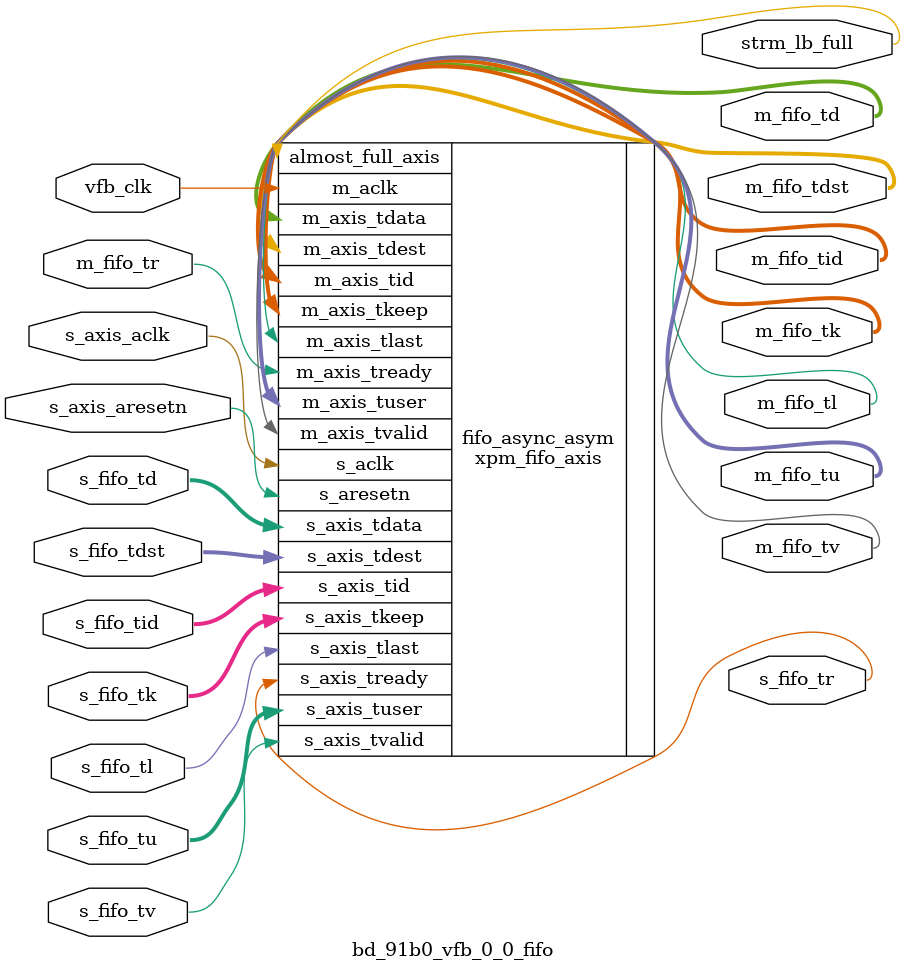
<source format=v>
`timescale 1ps/1ps
module bd_91b0_vfb_0_0_fifo (
  input            s_axis_aclk    ,

  input         s_axis_aresetn ,
  input            vfb_clk        ,
  output    s_fifo_tr      ,
  input     s_fifo_tv      ,
  input      [64-1:0]  s_fifo_td      ,
  input [31:0]     s_fifo_tid    ,   
  input      [24-1:0]  s_fifo_tu      ,
  input      [31:0] s_fifo_tdst      ,
  input      [8-1:0] s_fifo_tk      ,
  input      s_fifo_tl      ,
  input     m_fifo_tr      ,
  output     m_fifo_tv      ,
  output   [64-1:0]   m_fifo_td      ,
  output [31:0]     m_fifo_tid    ,   
  output[ 31:0]     m_fifo_tdst    ,   
  output   [24-1:0]  m_fifo_tu      ,
  output    [8-1:0] m_fifo_tk      ,
  output      m_fifo_tl      ,
  output  strm_lb_full   
);

xpm_fifo_axis#(
      .CLOCKING_MODE("independent_clock"), // String
      .ECC_MODE("no_ecc"),            // String
      .FIFO_DEPTH(2048),              // DECIMAL
      .FIFO_MEMORY_TYPE("block"),      // String
      .PACKET_FIFO("false"),          // String
      .PROG_EMPTY_THRESH(10),         // DECIMAL
      .PROG_FULL_THRESH(2043),          // DECIMAL
      .RD_DATA_COUNT_WIDTH(1),        // DECIMAL
      .RELATED_CLOCKS(0),             // DECIMAL
      .SIM_ASSERT_CHK(0),             // DECIMAL; 0=disable simulation messages, 1=enable simulation messages
      .TDATA_WIDTH(64),               // DECIMAL
      .TDEST_WIDTH(32),                // DECIMAL
      .TID_WIDTH(32),                  // DECIMAL
      .TUSER_WIDTH(24),                // DECIMAL
      .USE_ADV_FEATURES("1000"),      // String
      .WR_DATA_COUNT_WIDTH(1)         // DECIMAL
 ) fifo_async_asym(
  .s_aclk            (s_axis_aclk    ),
  .s_aresetn         (s_axis_aresetn ),
  .m_aclk            (vfb_clk        ),
  .s_axis_tready     (s_fifo_tr      ),
  .s_axis_tvalid     (s_fifo_tv      ),
  .s_axis_tdata      (s_fifo_td      ),
  .s_axis_tid      ( s_fifo_tid      ),
  .s_axis_tuser      (s_fifo_tu      ),
  .s_axis_tdest      (s_fifo_tdst      ),
  .s_axis_tkeep      (s_fifo_tk      ),
  .s_axis_tlast      (s_fifo_tl      ),
  .m_axis_tready     (m_fifo_tr      ),
  .m_axis_tvalid     (m_fifo_tv      ),
  .m_axis_tdata      (m_fifo_td      ),
  .m_axis_tid        (m_fifo_tid      ),
  .m_axis_tdest      (m_fifo_tdst     ),
  .m_axis_tuser      (m_fifo_tu      ),
  .m_axis_tkeep      (m_fifo_tk      ),
  .m_axis_tlast      (m_fifo_tl      ),
  .almost_full_axis  (strm_lb_full   )
);
endmodule

</source>
